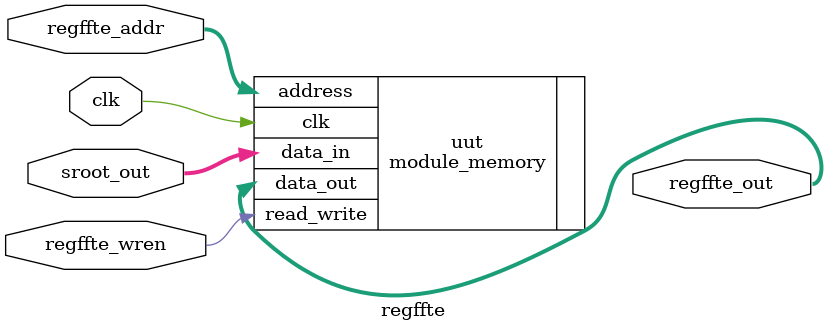
<source format=v>

`define false 1'b 0
`define FALSE 1'b 0
`define true 1'b 1
`define TRUE 1'b 1

`timescale 1 ns / 1 ns // timescale for following modules


module regffte (
   clk,
   regffte_wren,
   regffte_addr,
   sroot_out,
   regffte_out);
 

input   clk; 
input   regffte_wren; 
input   [5:0] regffte_addr; 
input   [38:0] sroot_out; 
output   [38:0] regffte_out; 

wire    [38:0] regffte_out; 

defparam
      uut.data_length = 39,
      uut.addr_length = 6;
module_memory uut (.clk(clk),
          .read_write(regffte_wren),
          .address(regffte_addr),
          .data_in(sroot_out),
          .data_out(regffte_out));

endmodule // module regffte


</source>
